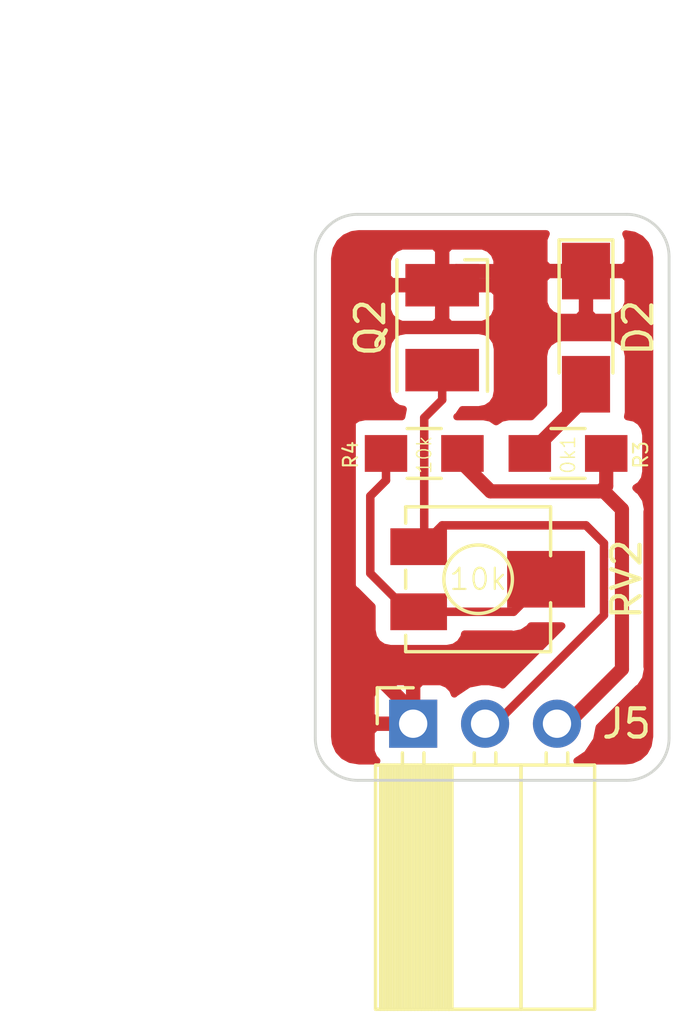
<source format=kicad_pcb>
(kicad_pcb (version 20171130) (host pcbnew "(5.0.1)-4")

  (general
    (thickness 1.6)
    (drawings 10)
    (tracks 39)
    (zones 0)
    (modules 6)
    (nets 6)
  )

  (page A4)
  (layers
    (0 F.Cu signal)
    (31 B.Cu signal)
    (32 B.Adhes user)
    (33 F.Adhes user)
    (34 B.Paste user)
    (35 F.Paste user)
    (36 B.SilkS user)
    (37 F.SilkS user)
    (38 B.Mask user)
    (39 F.Mask user)
    (40 Dwgs.User user)
    (41 Cmts.User user)
    (42 Eco1.User user)
    (43 Eco2.User user)
    (44 Edge.Cuts user)
    (45 Margin user)
    (46 B.CrtYd user)
    (47 F.CrtYd user)
    (48 B.Fab user)
    (49 F.Fab user)
  )

  (setup
    (last_trace_width 0.3)
    (user_trace_width 0.5)
    (user_trace_width 1)
    (trace_clearance 0.2)
    (zone_clearance 0.508)
    (zone_45_only no)
    (trace_min 0.2)
    (segment_width 0.5)
    (edge_width 1)
    (via_size 0.8)
    (via_drill 0.4)
    (via_min_size 0.4)
    (via_min_drill 0.3)
    (user_via 1 0.6)
    (user_via 1.2 0.6)
    (uvia_size 0.3)
    (uvia_drill 0.1)
    (uvias_allowed no)
    (uvia_min_size 0.2)
    (uvia_min_drill 0.1)
    (pcb_text_width 0.3)
    (pcb_text_size 1.5 1.5)
    (mod_edge_width 0.15)
    (mod_text_size 1 1)
    (mod_text_width 0.15)
    (pad_size 2 1.3)
    (pad_drill 0)
    (pad_to_mask_clearance 0.051)
    (solder_mask_min_width 0.25)
    (aux_axis_origin 0 0)
    (grid_origin 63 74.5)
    (visible_elements 7FFFFFFF)
    (pcbplotparams
      (layerselection 0x010f0_ffffffff)
      (usegerberextensions false)
      (usegerberattributes false)
      (usegerberadvancedattributes false)
      (creategerberjobfile false)
      (excludeedgelayer true)
      (linewidth 0.100000)
      (plotframeref false)
      (viasonmask false)
      (mode 1)
      (useauxorigin false)
      (hpglpennumber 1)
      (hpglpenspeed 20)
      (hpglpendiameter 15.000000)
      (psnegative false)
      (psa4output false)
      (plotreference true)
      (plotvalue true)
      (plotinvisibletext false)
      (padsonsilk false)
      (subtractmaskfromsilk false)
      (outputformat 1)
      (mirror false)
      (drillshape 0)
      (scaleselection 1)
      (outputdirectory ""))
  )

  (net 0 "")
  (net 1 GND)
  (net 2 "Net-(D2-Pad2)")
  (net 3 IR_A1)
  (net 4 +5V)
  (net 5 "Net-(R4-Pad2)")

  (net_class Default "This is the default net class."
    (clearance 0.2)
    (trace_width 0.3)
    (via_dia 0.8)
    (via_drill 0.4)
    (uvia_dia 0.3)
    (uvia_drill 0.1)
    (add_net +5V)
    (add_net GND)
    (add_net IR_A1)
    (add_net "Net-(D2-Pad2)")
    (add_net "Net-(R4-Pad2)")
  )

  (net_class Default2 ""
    (clearance 0.2)
    (trace_width 0.5)
    (via_dia 1)
    (via_drill 0.6)
    (uvia_dia 0.3)
    (uvia_drill 0.1)
  )

  (net_class Power ""
    (clearance 0.2)
    (trace_width 1)
    (via_dia 1.2)
    (via_drill 0.6)
    (uvia_dia 0.3)
    (uvia_drill 0.1)
  )

  (module Resistors_SMD:R_0805_HandSoldering (layer F.Cu) (tedit 60549DF8) (tstamp 6052BA53)
    (at 130.43 80.95 180)
    (descr "Resistor SMD 0805, hand soldering")
    (tags "resistor 0805")
    (path /604F696C/604F985C)
    (attr smd)
    (fp_text reference R3 (at -2.57 -0.05 270) (layer F.SilkS)
      (effects (font (size 0.5 0.5) (thickness 0.075)))
    )
    (fp_text value 0k1 (at 0 -0.05 270) (layer F.SilkS)
      (effects (font (size 0.5 0.5) (thickness 0.05)))
    )
    (fp_line (start 2.35 0.9) (end -2.35 0.9) (layer F.CrtYd) (width 0.05))
    (fp_line (start 2.35 0.9) (end 2.35 -0.9) (layer F.CrtYd) (width 0.05))
    (fp_line (start -2.35 -0.9) (end -2.35 0.9) (layer F.CrtYd) (width 0.05))
    (fp_line (start -2.35 -0.9) (end 2.35 -0.9) (layer F.CrtYd) (width 0.05))
    (fp_line (start -0.6 -0.88) (end 0.6 -0.88) (layer F.SilkS) (width 0.12))
    (fp_line (start 0.6 0.88) (end -0.6 0.88) (layer F.SilkS) (width 0.12))
    (fp_line (start -1 -0.62) (end 1 -0.62) (layer F.Fab) (width 0.1))
    (fp_line (start 1 -0.62) (end 1 0.62) (layer F.Fab) (width 0.1))
    (fp_line (start 1 0.62) (end -1 0.62) (layer F.Fab) (width 0.1))
    (fp_line (start -1 0.62) (end -1 -0.62) (layer F.Fab) (width 0.1))
    (fp_text user %R (at 0 0 180) (layer F.Fab)
      (effects (font (size 0.5 0.5) (thickness 0.075)))
    )
    (pad 2 smd rect (at 1.35 0 180) (size 1.5 1.3) (layers F.Cu F.Paste F.Mask)
      (net 2 "Net-(D2-Pad2)"))
    (pad 1 smd rect (at -1.35 0 180) (size 1.5 1.3) (layers F.Cu F.Paste F.Mask)
      (net 4 +5V))
    (model ${KISYS3DMOD}/Resistors_SMD.3dshapes/R_0805.wrl
      (at (xyz 0 0 0))
      (scale (xyz 1 1 1))
      (rotate (xyz 0 0 0))
    )
  )

  (module Socket_Strips:Socket_Strip_Angled_1x03_Pitch2.54mm (layer F.Cu) (tedit 60526697) (tstamp 6052B9FA)
    (at 124.96 90.5 90)
    (descr "Through hole angled socket strip, 1x03, 2.54mm pitch, 8.51mm socket length, single row")
    (tags "Through hole angled socket strip THT 1x03 2.54mm single row")
    (path /604F696C/605730CF)
    (fp_text reference J5 (at 0 7.54 180) (layer F.SilkS)
      (effects (font (size 1 1) (thickness 0.15)))
    )
    (fp_text value Conn_01x03 (at -4.38 7.35 90) (layer F.Fab)
      (effects (font (size 1 1) (thickness 0.15)))
    )
    (fp_line (start -1.52 -1.27) (end -1.52 1.27) (layer F.Fab) (width 0.1))
    (fp_line (start -1.52 1.27) (end -10.03 1.27) (layer F.Fab) (width 0.1))
    (fp_line (start -10.03 1.27) (end -10.03 -1.27) (layer F.Fab) (width 0.1))
    (fp_line (start -10.03 -1.27) (end -1.52 -1.27) (layer F.Fab) (width 0.1))
    (fp_line (start 0 -0.32) (end 0 0.32) (layer F.Fab) (width 0.1))
    (fp_line (start 0 0.32) (end -1.52 0.32) (layer F.Fab) (width 0.1))
    (fp_line (start -1.52 0.32) (end -1.52 -0.32) (layer F.Fab) (width 0.1))
    (fp_line (start -1.52 -0.32) (end 0 -0.32) (layer F.Fab) (width 0.1))
    (fp_line (start -1.52 1.27) (end -1.52 3.81) (layer F.Fab) (width 0.1))
    (fp_line (start -1.52 3.81) (end -10.03 3.81) (layer F.Fab) (width 0.1))
    (fp_line (start -10.03 3.81) (end -10.03 1.27) (layer F.Fab) (width 0.1))
    (fp_line (start -10.03 1.27) (end -1.52 1.27) (layer F.Fab) (width 0.1))
    (fp_line (start 0 2.22) (end 0 2.86) (layer F.Fab) (width 0.1))
    (fp_line (start 0 2.86) (end -1.52 2.86) (layer F.Fab) (width 0.1))
    (fp_line (start -1.52 2.86) (end -1.52 2.22) (layer F.Fab) (width 0.1))
    (fp_line (start -1.52 2.22) (end 0 2.22) (layer F.Fab) (width 0.1))
    (fp_line (start -1.52 3.81) (end -1.52 6.35) (layer F.Fab) (width 0.1))
    (fp_line (start -1.52 6.35) (end -10.03 6.35) (layer F.Fab) (width 0.1))
    (fp_line (start -10.03 6.35) (end -10.03 3.81) (layer F.Fab) (width 0.1))
    (fp_line (start -10.03 3.81) (end -1.52 3.81) (layer F.Fab) (width 0.1))
    (fp_line (start 0 4.76) (end 0 5.4) (layer F.Fab) (width 0.1))
    (fp_line (start 0 5.4) (end -1.52 5.4) (layer F.Fab) (width 0.1))
    (fp_line (start -1.52 5.4) (end -1.52 4.76) (layer F.Fab) (width 0.1))
    (fp_line (start -1.52 4.76) (end 0 4.76) (layer F.Fab) (width 0.1))
    (fp_line (start -1.46 -1.33) (end -1.46 1.27) (layer F.SilkS) (width 0.12))
    (fp_line (start -1.46 1.27) (end -10.09 1.27) (layer F.SilkS) (width 0.12))
    (fp_line (start -10.09 1.27) (end -10.09 -1.33) (layer F.SilkS) (width 0.12))
    (fp_line (start -10.09 -1.33) (end -1.46 -1.33) (layer F.SilkS) (width 0.12))
    (fp_line (start -1.03 -0.38) (end -1.46 -0.38) (layer F.SilkS) (width 0.12))
    (fp_line (start -1.03 0.38) (end -1.46 0.38) (layer F.SilkS) (width 0.12))
    (fp_line (start -1.46 -1.15) (end -10.09 -1.15) (layer F.SilkS) (width 0.12))
    (fp_line (start -1.46 -1.03) (end -10.09 -1.03) (layer F.SilkS) (width 0.12))
    (fp_line (start -1.46 -0.91) (end -10.09 -0.91) (layer F.SilkS) (width 0.12))
    (fp_line (start -1.46 -0.79) (end -10.09 -0.79) (layer F.SilkS) (width 0.12))
    (fp_line (start -1.46 -0.67) (end -10.09 -0.67) (layer F.SilkS) (width 0.12))
    (fp_line (start -1.46 -0.55) (end -10.09 -0.55) (layer F.SilkS) (width 0.12))
    (fp_line (start -1.46 -0.43) (end -10.09 -0.43) (layer F.SilkS) (width 0.12))
    (fp_line (start -1.46 -0.31) (end -10.09 -0.31) (layer F.SilkS) (width 0.12))
    (fp_line (start -1.46 -0.19) (end -10.09 -0.19) (layer F.SilkS) (width 0.12))
    (fp_line (start -1.46 -0.07) (end -10.09 -0.07) (layer F.SilkS) (width 0.12))
    (fp_line (start -1.46 0.05) (end -10.09 0.05) (layer F.SilkS) (width 0.12))
    (fp_line (start -1.46 0.17) (end -10.09 0.17) (layer F.SilkS) (width 0.12))
    (fp_line (start -1.46 0.29) (end -10.09 0.29) (layer F.SilkS) (width 0.12))
    (fp_line (start -1.46 0.41) (end -10.09 0.41) (layer F.SilkS) (width 0.12))
    (fp_line (start -1.46 0.53) (end -10.09 0.53) (layer F.SilkS) (width 0.12))
    (fp_line (start -1.46 0.65) (end -10.09 0.65) (layer F.SilkS) (width 0.12))
    (fp_line (start -1.46 0.77) (end -10.09 0.77) (layer F.SilkS) (width 0.12))
    (fp_line (start -1.46 0.89) (end -10.09 0.89) (layer F.SilkS) (width 0.12))
    (fp_line (start -1.46 1.01) (end -10.09 1.01) (layer F.SilkS) (width 0.12))
    (fp_line (start -1.46 1.13) (end -10.09 1.13) (layer F.SilkS) (width 0.12))
    (fp_line (start -1.46 1.25) (end -10.09 1.25) (layer F.SilkS) (width 0.12))
    (fp_line (start -1.46 1.37) (end -10.09 1.37) (layer F.SilkS) (width 0.12))
    (fp_line (start -1.46 1.27) (end -1.46 3.81) (layer F.SilkS) (width 0.12))
    (fp_line (start -1.46 3.81) (end -10.09 3.81) (layer F.SilkS) (width 0.12))
    (fp_line (start -10.09 3.81) (end -10.09 1.27) (layer F.SilkS) (width 0.12))
    (fp_line (start -10.09 1.27) (end -1.46 1.27) (layer F.SilkS) (width 0.12))
    (fp_line (start -1.03 2.16) (end -1.46 2.16) (layer F.SilkS) (width 0.12))
    (fp_line (start -1.03 2.92) (end -1.46 2.92) (layer F.SilkS) (width 0.12))
    (fp_line (start -1.46 3.81) (end -1.46 6.41) (layer F.SilkS) (width 0.12))
    (fp_line (start -1.46 6.41) (end -10.09 6.41) (layer F.SilkS) (width 0.12))
    (fp_line (start -10.09 6.41) (end -10.09 3.81) (layer F.SilkS) (width 0.12))
    (fp_line (start -10.09 3.81) (end -1.46 3.81) (layer F.SilkS) (width 0.12))
    (fp_line (start -1.03 4.7) (end -1.46 4.7) (layer F.SilkS) (width 0.12))
    (fp_line (start -1.03 5.46) (end -1.46 5.46) (layer F.SilkS) (width 0.12))
    (fp_line (start 0 -1.27) (end 1.27 -1.27) (layer F.SilkS) (width 0.12))
    (fp_line (start 1.27 -1.27) (end 1.27 0) (layer F.SilkS) (width 0.12))
    (fp_line (start 1.8 -1.8) (end 1.8 6.85) (layer F.CrtYd) (width 0.05))
    (fp_line (start 1.8 6.85) (end -10.55 6.85) (layer F.CrtYd) (width 0.05))
    (fp_line (start -10.55 6.85) (end -10.55 -1.8) (layer F.CrtYd) (width 0.05))
    (fp_line (start -10.55 -1.8) (end 1.8 -1.8) (layer F.CrtYd) (width 0.05))
    (fp_text user %R (at -4.38 -2.27 90) (layer F.Fab)
      (effects (font (size 1 1) (thickness 0.15)))
    )
    (pad 1 thru_hole rect (at 0 0 90) (size 1.7 1.7) (drill 1) (layers *.Cu *.Mask)
      (net 1 GND))
    (pad 2 thru_hole oval (at 0 2.54 90) (size 1.7 1.7) (drill 1) (layers *.Cu *.Mask)
      (net 3 IR_A1))
    (pad 3 thru_hole oval (at 0 5.08 90) (size 1.7 1.7) (drill 1) (layers *.Cu *.Mask)
      (net 4 +5V))
    (model ${KISYS3DMOD}/Socket_Strips.3dshapes/Socket_Strip_Angled_1x03_Pitch2.54mm.wrl
      (offset (xyz 0 -2.539999961853027 0))
      (scale (xyz 1 1 1))
      (rotate (xyz 0 0 270))
    )
  )

  (module Resistors_SMD:R_0805_HandSoldering (layer F.Cu) (tedit 60549DEE) (tstamp 6052B9E0)
    (at 125.35 80.95 180)
    (descr "Resistor SMD 0805, hand soldering")
    (tags "resistor 0805")
    (path /604F696C/60564A9E)
    (attr smd)
    (fp_text reference R4 (at 2.6 -0.05 270) (layer F.SilkS)
      (effects (font (size 0.5 0.5) (thickness 0.075)))
    )
    (fp_text value 10k (at 0 -0.05 270) (layer F.SilkS)
      (effects (font (size 0.5 0.5) (thickness 0.05)))
    )
    (fp_text user %R (at 0 0 180) (layer F.Fab)
      (effects (font (size 0.5 0.5) (thickness 0.075)))
    )
    (fp_line (start -1 0.62) (end -1 -0.62) (layer F.Fab) (width 0.1))
    (fp_line (start 1 0.62) (end -1 0.62) (layer F.Fab) (width 0.1))
    (fp_line (start 1 -0.62) (end 1 0.62) (layer F.Fab) (width 0.1))
    (fp_line (start -1 -0.62) (end 1 -0.62) (layer F.Fab) (width 0.1))
    (fp_line (start 0.6 0.88) (end -0.6 0.88) (layer F.SilkS) (width 0.12))
    (fp_line (start -0.6 -0.88) (end 0.6 -0.88) (layer F.SilkS) (width 0.12))
    (fp_line (start -2.35 -0.9) (end 2.35 -0.9) (layer F.CrtYd) (width 0.05))
    (fp_line (start -2.35 -0.9) (end -2.35 0.9) (layer F.CrtYd) (width 0.05))
    (fp_line (start 2.35 0.9) (end 2.35 -0.9) (layer F.CrtYd) (width 0.05))
    (fp_line (start 2.35 0.9) (end -2.35 0.9) (layer F.CrtYd) (width 0.05))
    (pad 1 smd rect (at -1.35 0 180) (size 1.5 1.3) (layers F.Cu F.Paste F.Mask)
      (net 4 +5V))
    (pad 2 smd rect (at 1.35 0 180) (size 1.5 1.3) (layers F.Cu F.Paste F.Mask)
      (net 5 "Net-(R4-Pad2)"))
    (model ${KISYS3DMOD}/Resistors_SMD.3dshapes/R_0805.wrl
      (at (xyz 0 0 0))
      (scale (xyz 1 1 1))
      (rotate (xyz 0 0 0))
    )
  )

  (module LEDs:LED_PLCC-2 (layer F.Cu) (tedit 60526680) (tstamp 6052B9CD)
    (at 125.985 76.505 270)
    (descr "LED PLCC-2 SMD package")
    (tags "LED PLCC-2 SMD")
    (path /604F696C/60564A90)
    (attr smd)
    (fp_text reference Q2 (at 0 2.54 270) (layer F.SilkS)
      (effects (font (size 1 1) (thickness 0.15)))
    )
    (fp_text value Q_Photo (at 0 2.54 270) (layer F.Fab)
      (effects (font (size 1 1) (thickness 0.15)))
    )
    (fp_circle (center 0 0) (end 0 -1.25) (layer F.Fab) (width 0.1))
    (fp_line (start -1.7 -0.6) (end -0.8 -1.5) (layer F.Fab) (width 0.1))
    (fp_line (start 1.7 1.5) (end 1.7 -1.5) (layer F.Fab) (width 0.1))
    (fp_line (start 1.7 -1.5) (end -1.7 -1.5) (layer F.Fab) (width 0.1))
    (fp_line (start -1.7 -1.5) (end -1.7 1.5) (layer F.Fab) (width 0.1))
    (fp_line (start -1.7 1.5) (end 1.7 1.5) (layer F.Fab) (width 0.1))
    (fp_line (start -2.65 -1.85) (end 2.5 -1.85) (layer F.CrtYd) (width 0.05))
    (fp_line (start 2.5 -1.85) (end 2.5 1.85) (layer F.CrtYd) (width 0.05))
    (fp_line (start 2.5 1.85) (end -2.65 1.85) (layer F.CrtYd) (width 0.05))
    (fp_line (start -2.65 1.85) (end -2.65 -1.85) (layer F.CrtYd) (width 0.05))
    (fp_line (start 2.25 1.6) (end -2.4 1.6) (layer F.SilkS) (width 0.12))
    (fp_line (start 2.25 -1.6) (end -2.4 -1.6) (layer F.SilkS) (width 0.12))
    (fp_line (start -2.4 -1.6) (end -2.4 -0.8) (layer F.SilkS) (width 0.12))
    (fp_text user %R (at 0 0 270) (layer F.Fab)
      (effects (font (size 0.4 0.4) (thickness 0.1)))
    )
    (pad 1 smd rect (at -1.5 0 270) (size 1.5 2.6) (layers F.Cu F.Paste F.Mask)
      (net 1 GND))
    (pad 2 smd rect (at 1.5 0 270) (size 1.5 2.6) (layers F.Cu F.Paste F.Mask)
      (net 3 IR_A1))
    (model ${KISYS3DMOD}/LEDs.3dshapes/LED_PLCC-2.wrl
      (at (xyz 0 0 0))
      (scale (xyz 1 1 1))
      (rotate (xyz 0 0 0))
    )
  )

  (module LEDs:LED_1206_HandSoldering (layer F.Cu) (tedit 60526686) (tstamp 6052B9B9)
    (at 131.065 76.505 270)
    (descr "LED SMD 1206, hand soldering")
    (tags "LED 1206")
    (path /604F696C/604F9855)
    (attr smd)
    (fp_text reference D2 (at 0 -1.85 270) (layer F.SilkS)
      (effects (font (size 1 1) (thickness 0.15)))
    )
    (fp_text value LED_IR (at 0 1.9 270) (layer F.Fab)
      (effects (font (size 1 1) (thickness 0.15)))
    )
    (fp_line (start -3.1 -0.95) (end -3.1 0.95) (layer F.SilkS) (width 0.12))
    (fp_line (start -0.4 0) (end 0.2 -0.4) (layer F.Fab) (width 0.1))
    (fp_line (start 0.2 -0.4) (end 0.2 0.4) (layer F.Fab) (width 0.1))
    (fp_line (start 0.2 0.4) (end -0.4 0) (layer F.Fab) (width 0.1))
    (fp_line (start -0.45 -0.4) (end -0.45 0.4) (layer F.Fab) (width 0.1))
    (fp_line (start -1.6 0.8) (end -1.6 -0.8) (layer F.Fab) (width 0.1))
    (fp_line (start 1.6 0.8) (end -1.6 0.8) (layer F.Fab) (width 0.1))
    (fp_line (start 1.6 -0.8) (end 1.6 0.8) (layer F.Fab) (width 0.1))
    (fp_line (start -1.6 -0.8) (end 1.6 -0.8) (layer F.Fab) (width 0.1))
    (fp_line (start -3.1 0.95) (end 1.6 0.95) (layer F.SilkS) (width 0.12))
    (fp_line (start -3.1 -0.95) (end 1.6 -0.95) (layer F.SilkS) (width 0.12))
    (fp_line (start -3.25 -1.11) (end 3.25 -1.11) (layer F.CrtYd) (width 0.05))
    (fp_line (start -3.25 -1.11) (end -3.25 1.1) (layer F.CrtYd) (width 0.05))
    (fp_line (start 3.25 1.1) (end 3.25 -1.11) (layer F.CrtYd) (width 0.05))
    (fp_line (start 3.25 1.1) (end -3.25 1.1) (layer F.CrtYd) (width 0.05))
    (pad 1 smd rect (at -2 0 270) (size 2 1.7) (layers F.Cu F.Paste F.Mask)
      (net 1 GND))
    (pad 2 smd rect (at 2 0 270) (size 2 1.7) (layers F.Cu F.Paste F.Mask)
      (net 2 "Net-(D2-Pad2)"))
    (model ${KISYS3DMOD}/LEDs.3dshapes/LED_1206.wrl
      (at (xyz 0 0 0))
      (scale (xyz 1 1 1))
      (rotate (xyz 0 0 180))
    )
  )

  (module Potentiometers:Potentiometer_Trimmer_Vishay_TS53YL (layer F.Cu) (tedit 60549E0C) (tstamp 6052BA63)
    (at 127.255 85.395 180)
    (descr "Spindle Trimmer Potentiometer, Vishay TS53YL, https://www.bourns.com/pdfs/3224.pdf")
    (tags "Spindle Trimmer Potentiometer   Vishay TS53YL")
    (path /604F696C/60564A97)
    (attr smd)
    (fp_text reference RV2 (at -5.245 0 90) (layer F.SilkS)
      (effects (font (size 1 1) (thickness 0.15)))
    )
    (fp_text value 10k (at 0.00062 0.00094 180) (layer F.SilkS)
      (effects (font (size 0.75 0.75) (thickness 0.075)))
    )
    (fp_line (start -2.5 -2.5) (end -2.5 2.5) (layer F.Fab) (width 0.1))
    (fp_line (start -2.5 2.5) (end 2.5 2.5) (layer F.Fab) (width 0.1))
    (fp_line (start 2.5 2.5) (end 2.5 -2.5) (layer F.Fab) (width 0.1))
    (fp_line (start 2.5 -2.5) (end -2.5 -2.5) (layer F.Fab) (width 0.1))
    (fp_line (start -0.92 -0.06) (end -0.06 -0.06) (layer F.Fab) (width 0.1))
    (fp_line (start -0.06 -0.06) (end -0.06 -0.92) (layer F.Fab) (width 0.1))
    (fp_line (start -0.06 -0.92) (end 0.06 -0.92) (layer F.Fab) (width 0.1))
    (fp_line (start 0.06 -0.92) (end 0.06 -0.06) (layer F.Fab) (width 0.1))
    (fp_line (start 0.06 -0.06) (end 0.92 -0.06) (layer F.Fab) (width 0.1))
    (fp_line (start 0.92 -0.06) (end 0.92 0.06) (layer F.Fab) (width 0.1))
    (fp_line (start 0.92 0.06) (end 0.06 0.06) (layer F.Fab) (width 0.1))
    (fp_line (start 0.06 0.06) (end 0.06 0.92) (layer F.Fab) (width 0.1))
    (fp_line (start 0.06 0.92) (end -0.06 0.92) (layer F.Fab) (width 0.1))
    (fp_line (start -0.06 0.92) (end -0.06 0.06) (layer F.Fab) (width 0.1))
    (fp_line (start -0.06 0.06) (end -0.92 0.06) (layer F.Fab) (width 0.1))
    (fp_line (start -0.92 0.06) (end -0.92 -0.06) (layer F.Fab) (width 0.1))
    (fp_line (start -2.56 -2.56) (end 2.56 -2.56) (layer F.SilkS) (width 0.12))
    (fp_line (start -2.56 2.56) (end 2.56 2.56) (layer F.SilkS) (width 0.12))
    (fp_line (start -2.56 -2.56) (end -2.56 -0.83) (layer F.SilkS) (width 0.12))
    (fp_line (start -2.56 0.83) (end -2.56 2.56) (layer F.SilkS) (width 0.12))
    (fp_line (start 2.56 -2.56) (end 2.56 -1.98) (layer F.SilkS) (width 0.12))
    (fp_line (start 2.56 -0.32) (end 2.56 0.32) (layer F.SilkS) (width 0.12))
    (fp_line (start 2.56 1.98) (end 2.56 2.56) (layer F.SilkS) (width 0.12))
    (fp_line (start -4.03 -2.75) (end -4.03 2.75) (layer F.CrtYd) (width 0.05))
    (fp_line (start -4.03 2.75) (end 3.67 2.75) (layer F.CrtYd) (width 0.05))
    (fp_line (start 3.67 2.75) (end 3.67 -2.75) (layer F.CrtYd) (width 0.05))
    (fp_line (start 3.67 -2.75) (end -4.03 -2.75) (layer F.CrtYd) (width 0.05))
    (fp_circle (center 0 0) (end 1.15 0) (layer F.Fab) (width 0.1))
    (fp_circle (center 0 0) (end 1.21 0) (layer F.SilkS) (width 0.12))
    (pad 1 smd rect (at 2.1 -1.15 180) (size 2 1.3) (layers F.Cu F.Mask)
      (net 5 "Net-(R4-Pad2)"))
    (pad 2 smd rect (at -2.4 0 180) (size 2.75 2) (layers F.Cu F.Mask)
      (net 5 "Net-(R4-Pad2)"))
    (pad 3 smd rect (at 2.1 1.15 180) (size 2 1.3) (layers F.Cu F.Mask)
      (net 3 IR_A1))
    (model Potentiometers.3dshapes/Potentiometer_Trimmer_Vishay_TS53YL.wrl
      (offset (xyz 1.015999984741211 0 0))
      (scale (xyz 0.39 0.39 0.39))
      (rotate (xyz 0 0 0))
    )
  )

  (gr_arc (start 132.5 91) (end 132.5 92.5) (angle -90) (layer Edge.Cuts) (width 0.1) (tstamp 60549A0C))
  (gr_line (start 121.5 74) (end 121.5 91) (layer Edge.Cuts) (width 0.1) (tstamp 60549A0B))
  (gr_line (start 123 92.5) (end 132.5 92.5) (layer Edge.Cuts) (width 0.1) (tstamp 60549A0A))
  (gr_line (start 134 91) (end 134 74) (layer Edge.Cuts) (width 0.1) (tstamp 60549A09))
  (gr_arc (start 132.5 74) (end 134 74) (angle -90) (layer Edge.Cuts) (width 0.1) (tstamp 60549A08))
  (gr_line (start 132.5 72.5) (end 123 72.5) (layer Edge.Cuts) (width 0.1) (tstamp 60549A07))
  (gr_arc (start 123 74) (end 123 72.5) (angle -90) (layer Edge.Cuts) (width 0.1) (tstamp 60549A06))
  (gr_arc (start 123 91) (end 121.5 91) (angle -90) (layer Edge.Cuts) (width 0.1) (tstamp 60549A05))
  (dimension 12.5 (width 0.3) (layer Cmts.User)
    (gr_text "12,500 mm" (at 127.75 66.03045) (layer Cmts.User)
      (effects (font (size 1.5 1.5) (thickness 0.3)))
    )
    (feature1 (pts (xy 134 73.945448) (xy 134 67.544029)))
    (feature2 (pts (xy 121.5 73.945448) (xy 121.5 67.544029)))
    (crossbar (pts (xy 121.5 68.13045) (xy 134 68.13045)))
    (arrow1a (pts (xy 134 68.13045) (xy 132.873496 68.716871)))
    (arrow1b (pts (xy 134 68.13045) (xy 132.873496 67.544029)))
    (arrow2a (pts (xy 121.5 68.13045) (xy 122.626504 68.716871)))
    (arrow2b (pts (xy 121.5 68.13045) (xy 122.626504 67.544029)))
  )
  (dimension 20 (width 0.3) (layer Cmts.User)
    (gr_text "20 mm" (at 115.9 82.5 270) (layer Cmts.User)
      (effects (font (size 1.5 1.5) (thickness 0.3)))
    )
    (feature1 (pts (xy 123 92.5) (xy 117.413579 92.5)))
    (feature2 (pts (xy 123 72.5) (xy 117.413579 72.5)))
    (crossbar (pts (xy 118 72.5) (xy 118 92.5)))
    (arrow1a (pts (xy 118 92.5) (xy 117.413579 91.373496)))
    (arrow1b (pts (xy 118 92.5) (xy 118.586421 91.373496)))
    (arrow2a (pts (xy 118 72.5) (xy 117.413579 73.626504)))
    (arrow2b (pts (xy 118 72.5) (xy 118.586421 73.626504)))
  )

  (segment (start 126.485 74.505) (end 125.985 75.005) (width 0.5) (layer F.Cu) (net 1) (tstamp 6052BA8D))
  (segment (start 131.065 74.505) (end 126.485 74.505) (width 0.5) (layer F.Cu) (net 1) (tstamp 6052BA52))
  (segment (start 124.185 75.005) (end 122.685 76.505) (width 0.5) (layer F.Cu) (net 1) (tstamp 6052BA51))
  (segment (start 122.685 76.505) (end 122.685 87.81) (width 0.5) (layer F.Cu) (net 1) (tstamp 6052BA50))
  (segment (start 122.81 87.935) (end 125.35 90.475) (width 0.5) (layer F.Cu) (net 1) (tstamp 6052BA4F))
  (segment (start 122.685 87.81) (end 122.81 87.935) (width 0.5) (layer F.Cu) (net 1) (tstamp 6052BA48))
  (segment (start 125.985 75.005) (end 124.185 75.005) (width 0.5) (layer F.Cu) (net 1) (tstamp 6052BA47))
  (segment (start 131.065 78.965) (end 129.08 80.95) (width 0.5) (layer F.Cu) (net 2) (tstamp 6052BA94))
  (segment (start 131.065 78.505) (end 131.065 78.965) (width 0.5) (layer F.Cu) (net 2) (tstamp 6052BA93))
  (segment (start 125.985 79.055) (end 125.35 79.69) (width 0.3) (layer F.Cu) (net 3) (tstamp 6052BA97))
  (segment (start 125.985 78.005) (end 125.985 79.055) (width 0.3) (layer F.Cu) (net 3) (tstamp 6052BA90))
  (segment (start 125.35 79.69) (end 125.35 84.05) (width 0.3) (layer F.Cu) (net 3) (tstamp 6052BA89))
  (segment (start 125.35 84.05) (end 125.155 84.245) (width 0.3) (layer F.Cu) (net 3) (tstamp 6052BA88))
  (segment (start 125.155 84.245) (end 125.23 84.245) (width 0.3) (layer F.Cu) (net 3) (tstamp 6052BA4E))
  (segment (start 131.065 83.49) (end 131.7 84.125) (width 0.3) (layer F.Cu) (net 3) (tstamp 6052BA4D))
  (segment (start 131.7 84.125) (end 131.7 86.665) (width 0.3) (layer F.Cu) (net 3) (tstamp 6052BA4C))
  (segment (start 131.7 86.665) (end 127.89 90.475) (width 0.3) (layer F.Cu) (net 3) (tstamp 6052BA4B))
  (segment (start 125.23 84.245) (end 125.985 83.49) (width 0.3) (layer F.Cu) (net 3) (tstamp 6052BA4A))
  (segment (start 125.985 83.49) (end 131.065 83.49) (width 0.3) (layer F.Cu) (net 3) (tstamp 6052BA49))
  (segment (start 132.335 82.925) (end 132.335 88.57) (width 0.5) (layer F.Cu) (net 4) (tstamp 6052C3EB))
  (segment (start 131.7 82.18) (end 131.7 82.29) (width 0.5) (layer F.Cu) (net 4) (tstamp 6052C3EA))
  (segment (start 131.7 82.29) (end 132.335 82.925) (width 0.5) (layer F.Cu) (net 4) (tstamp 6052C3E8))
  (segment (start 131.78 82.1) (end 131.7 82.18) (width 0.5) (layer F.Cu) (net 4) (tstamp 6052C3E7))
  (segment (start 131.78 89.125) (end 130.43 90.475) (width 0.5) (layer F.Cu) (net 4) (tstamp 6052C3E6))
  (segment (start 131.505 82.29) (end 131.7 82.29) (width 0.5) (layer F.Cu) (net 4) (tstamp 6052C3E5))
  (segment (start 131.78 80.95) (end 131.78 81.03) (width 0.5) (layer F.Cu) (net 4) (tstamp 6052C3E4))
  (segment (start 127.695 82.29) (end 131.505 82.29) (width 0.5) (layer F.Cu) (net 4) (tstamp 6052C3E3))
  (segment (start 131.78 80.95) (end 131.78 82.1) (width 0.5) (layer F.Cu) (net 4) (tstamp 6052C3E2))
  (segment (start 131.78 89.125) (end 132.335 88.57) (width 0.5) (layer F.Cu) (net 4) (tstamp 6052C3E1))
  (segment (start 126.7 80.95) (end 126.7 81.295) (width 0.5) (layer F.Cu) (net 4) (tstamp 6052C3E0))
  (segment (start 126.7 81.295) (end 127.695 82.29) (width 0.5) (layer F.Cu) (net 4) (tstamp 6052C3DB))
  (segment (start 131.78 80.95) (end 131.78 81.03) (width 0.5) (layer F.Cu) (net 4) (tstamp 6052BA8F))
  (segment (start 124 81.9) (end 123.445 82.455) (width 0.3) (layer F.Cu) (net 5) (tstamp 6052BA98))
  (segment (start 128.505 86.545) (end 129.655 85.395) (width 0.3) (layer F.Cu) (net 5) (tstamp 6052BA96))
  (segment (start 123.445 82.455) (end 123.445 85.185) (width 0.3) (layer F.Cu) (net 5) (tstamp 6052BA91))
  (segment (start 125.155 86.545) (end 128.505 86.545) (width 0.3) (layer F.Cu) (net 5) (tstamp 6052BA8C))
  (segment (start 124 80.95) (end 124 81.9) (width 0.3) (layer F.Cu) (net 5) (tstamp 6052BA8B))
  (segment (start 124.805 86.545) (end 125.155 86.545) (width 0.3) (layer F.Cu) (net 5) (tstamp 6052BA8A))
  (segment (start 123.445 85.185) (end 124.805 86.545) (width 0.3) (layer F.Cu) (net 5) (tstamp 6052BA86))

  (zone (net 1) (net_name GND) (layer F.Cu) (tstamp 605491A3) (hatch edge 0.508)
    (connect_pads (clearance 0.508))
    (min_thickness 0.254)
    (fill yes (arc_segments 16) (thermal_gap 0.508) (thermal_bridge_width 0.508))
    (polygon
      (pts
        (xy 121.498558 92.5) (xy 133.998558 92.5) (xy 133.998558 72.5) (xy 121.498558 72.5)
      )
    )
    (filled_polygon
      (pts
        (xy 129.58 73.378691) (xy 129.58 74.21925) (xy 129.73875 74.378) (xy 130.938 74.378) (xy 130.938 74.358)
        (xy 131.192 74.358) (xy 131.192 74.378) (xy 132.39125 74.378) (xy 132.55 74.21925) (xy 132.55 73.378691)
        (xy 132.471725 73.189717) (xy 132.76094 73.237856) (xy 132.993743 73.36347) (xy 133.173306 73.557721) (xy 133.285839 73.812264)
        (xy 133.315001 74.043107) (xy 133.315 90.943382) (xy 133.262144 91.26094) (xy 133.13653 91.493744) (xy 132.94228 91.673306)
        (xy 132.687736 91.785839) (xy 132.456901 91.815) (xy 130.744892 91.815) (xy 131.110625 91.570625) (xy 131.438839 91.079418)
        (xy 131.528644 90.627934) (xy 132.467424 89.689155) (xy 132.467426 89.689152) (xy 132.899153 89.257425) (xy 132.973049 89.208049)
        (xy 133.168652 88.91531) (xy 133.22 88.657165) (xy 133.22 88.657161) (xy 133.237337 88.57) (xy 133.22 88.482839)
        (xy 133.22 83.012161) (xy 133.237337 82.925) (xy 133.22 82.837839) (xy 133.22 82.837835) (xy 133.168652 82.57969)
        (xy 133.092655 82.465953) (xy 133.022424 82.360845) (xy 133.022423 82.360844) (xy 132.973049 82.286951) (xy 132.899156 82.237577)
        (xy 132.826903 82.165324) (xy 132.987809 82.057809) (xy 133.128157 81.847765) (xy 133.17744 81.6) (xy 133.17744 80.3)
        (xy 133.128157 80.052235) (xy 132.987809 79.842191) (xy 132.777765 79.701843) (xy 132.532971 79.653151) (xy 132.56244 79.505)
        (xy 132.56244 77.505) (xy 132.513157 77.257235) (xy 132.372809 77.047191) (xy 132.162765 76.906843) (xy 131.915 76.85756)
        (xy 130.215 76.85756) (xy 129.967235 76.906843) (xy 129.757191 77.047191) (xy 129.616843 77.257235) (xy 129.56756 77.505)
        (xy 129.56756 79.210861) (xy 129.125862 79.65256) (xy 128.33 79.65256) (xy 128.082235 79.701843) (xy 127.89 79.830291)
        (xy 127.697765 79.701843) (xy 127.45 79.65256) (xy 126.50365 79.65256) (xy 126.550953 79.620953) (xy 126.69696 79.40244)
        (xy 127.285 79.40244) (xy 127.532765 79.353157) (xy 127.742809 79.212809) (xy 127.883157 79.002765) (xy 127.93244 78.755)
        (xy 127.93244 77.255) (xy 127.883157 77.007235) (xy 127.742809 76.797191) (xy 127.532765 76.656843) (xy 127.285 76.60756)
        (xy 124.685 76.60756) (xy 124.437235 76.656843) (xy 124.227191 76.797191) (xy 124.086843 77.007235) (xy 124.03756 77.255)
        (xy 124.03756 78.755) (xy 124.086843 79.002765) (xy 124.227191 79.212809) (xy 124.437235 79.353157) (xy 124.609796 79.387481)
        (xy 124.565 79.612685) (xy 124.565 79.612688) (xy 124.557069 79.65256) (xy 123.25 79.65256) (xy 123.002235 79.701843)
        (xy 122.792191 79.842191) (xy 122.651843 80.052235) (xy 122.60256 80.3) (xy 122.60256 81.6) (xy 122.651843 81.847765)
        (xy 122.779237 82.038422) (xy 122.705546 82.148709) (xy 122.66 82.377685) (xy 122.66 82.377688) (xy 122.644622 82.455)
        (xy 122.66 82.532312) (xy 122.660001 85.107683) (xy 122.644622 85.185) (xy 122.705546 85.491291) (xy 122.835251 85.685408)
        (xy 122.835254 85.685411) (xy 122.879048 85.750953) (xy 122.94459 85.794747) (xy 123.50756 86.357717) (xy 123.50756 87.195)
        (xy 123.556843 87.442765) (xy 123.697191 87.652809) (xy 123.907235 87.793157) (xy 124.155 87.84244) (xy 126.155 87.84244)
        (xy 126.402765 87.793157) (xy 126.612809 87.652809) (xy 126.753157 87.442765) (xy 126.775587 87.33) (xy 128.427688 87.33)
        (xy 128.505 87.345378) (xy 128.582312 87.33) (xy 128.582316 87.33) (xy 128.811292 87.284454) (xy 129.070953 87.110953)
        (xy 129.114749 87.045408) (xy 129.117717 87.04244) (xy 130.212403 87.04244) (xy 128.123936 89.130907) (xy 128.079418 89.101161)
        (xy 127.646256 89.015) (xy 127.353744 89.015) (xy 126.920582 89.101161) (xy 126.429375 89.429375) (xy 126.414904 89.451033)
        (xy 126.348327 89.290302) (xy 126.169699 89.111673) (xy 125.93631 89.015) (xy 125.24575 89.015) (xy 125.087 89.17375)
        (xy 125.087 90.373) (xy 125.107 90.373) (xy 125.107 90.627) (xy 125.087 90.627) (xy 125.087 90.647)
        (xy 124.833 90.647) (xy 124.833 90.627) (xy 123.63375 90.627) (xy 123.475 90.78575) (xy 123.475 91.476309)
        (xy 123.571673 91.709698) (xy 123.676974 91.815) (xy 123.056618 91.815) (xy 122.73906 91.762144) (xy 122.506256 91.63653)
        (xy 122.326694 91.44228) (xy 122.214161 91.187736) (xy 122.185 90.956901) (xy 122.185 89.523691) (xy 123.475 89.523691)
        (xy 123.475 90.21425) (xy 123.63375 90.373) (xy 124.833 90.373) (xy 124.833 89.17375) (xy 124.67425 89.015)
        (xy 123.98369 89.015) (xy 123.750301 89.111673) (xy 123.571673 89.290302) (xy 123.475 89.523691) (xy 122.185 89.523691)
        (xy 122.185 75.29075) (xy 124.05 75.29075) (xy 124.05 75.881309) (xy 124.146673 76.114698) (xy 124.325301 76.293327)
        (xy 124.55869 76.39) (xy 125.69925 76.39) (xy 125.858 76.23125) (xy 125.858 75.132) (xy 126.112 75.132)
        (xy 126.112 76.23125) (xy 126.27075 76.39) (xy 127.41131 76.39) (xy 127.644699 76.293327) (xy 127.823327 76.114698)
        (xy 127.92 75.881309) (xy 127.92 75.29075) (xy 127.76125 75.132) (xy 126.112 75.132) (xy 125.858 75.132)
        (xy 124.20875 75.132) (xy 124.05 75.29075) (xy 122.185 75.29075) (xy 122.185 74.128691) (xy 124.05 74.128691)
        (xy 124.05 74.71925) (xy 124.20875 74.878) (xy 125.858 74.878) (xy 125.858 73.77875) (xy 126.112 73.77875)
        (xy 126.112 74.878) (xy 127.76125 74.878) (xy 127.8485 74.79075) (xy 129.58 74.79075) (xy 129.58 75.631309)
        (xy 129.676673 75.864698) (xy 129.855301 76.043327) (xy 130.08869 76.14) (xy 130.77925 76.14) (xy 130.938 75.98125)
        (xy 130.938 74.632) (xy 131.192 74.632) (xy 131.192 75.98125) (xy 131.35075 76.14) (xy 132.04131 76.14)
        (xy 132.274699 76.043327) (xy 132.453327 75.864698) (xy 132.55 75.631309) (xy 132.55 74.79075) (xy 132.39125 74.632)
        (xy 131.192 74.632) (xy 130.938 74.632) (xy 129.73875 74.632) (xy 129.58 74.79075) (xy 127.8485 74.79075)
        (xy 127.92 74.71925) (xy 127.92 74.128691) (xy 127.823327 73.895302) (xy 127.644699 73.716673) (xy 127.41131 73.62)
        (xy 126.27075 73.62) (xy 126.112 73.77875) (xy 125.858 73.77875) (xy 125.69925 73.62) (xy 124.55869 73.62)
        (xy 124.325301 73.716673) (xy 124.146673 73.895302) (xy 124.05 74.128691) (xy 122.185 74.128691) (xy 122.185 74.056618)
        (xy 122.237856 73.73906) (xy 122.36347 73.506257) (xy 122.557721 73.326694) (xy 122.812264 73.214161) (xy 123.043099 73.185)
        (xy 129.66023 73.185)
      )
    )
  )
)

</source>
